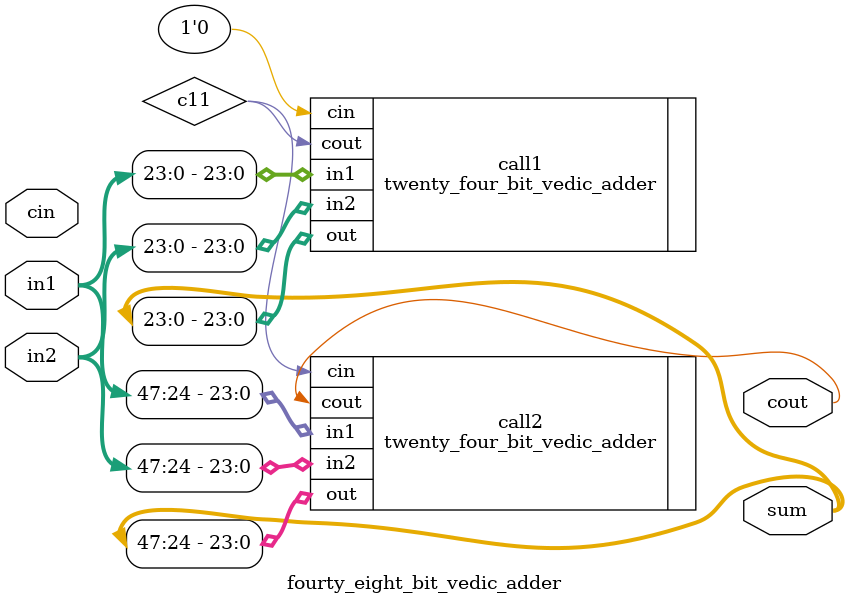
<source format=v>
`timescale 1ns / 1ps
module fourty_eight_bit_vedic_adder(in1, in2, cin, sum , cout);

input [47:0] in1 ;
input [47:0] in2 ;
input cin ;
output [47:0] sum ;
output cout ;

wire c11 ;


twenty_four_bit_vedic_adder call1(

.in1(in1[23:0]),
.in2(in2[23:0]),
.cin(1'b0),
.out(sum[23:0]),
.cout(c11)

);

twenty_four_bit_vedic_adder call2(

.in1(in1[47:24]),
.in2(in2[47:24]),
.cin(c11),
.out(sum[47:24]),
.cout(cout)

);




















endmodule

</source>
